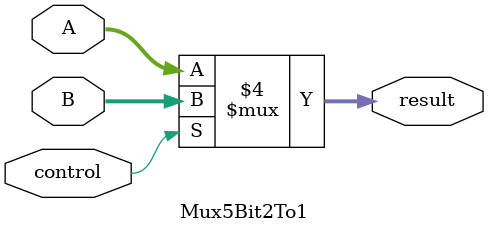
<source format=v>
`timescale 1ns / 1ps
module Mux5Bit2To1(A,B,control,result);
input [4:0] A,B;
input control;
output reg [4:0] result;
always @(*) begin
    if(control==0)
        result = A;
    else
        result = B;
end
endmodule
</source>
